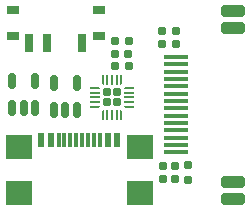
<source format=gbr>
%TF.GenerationSoftware,KiCad,Pcbnew,(6.0.9)*%
%TF.CreationDate,2023-01-31T14:43:12+01:00*%
%TF.ProjectId,keyring_beerclock,6b657972-696e-4675-9f62-656572636c6f,rev?*%
%TF.SameCoordinates,Original*%
%TF.FileFunction,Paste,Top*%
%TF.FilePolarity,Positive*%
%FSLAX46Y46*%
G04 Gerber Fmt 4.6, Leading zero omitted, Abs format (unit mm)*
G04 Created by KiCad (PCBNEW (6.0.9)) date 2023-01-31 14:43:12*
%MOMM*%
%LPD*%
G01*
G04 APERTURE LIST*
G04 Aperture macros list*
%AMRoundRect*
0 Rectangle with rounded corners*
0 $1 Rounding radius*
0 $2 $3 $4 $5 $6 $7 $8 $9 X,Y pos of 4 corners*
0 Add a 4 corners polygon primitive as box body*
4,1,4,$2,$3,$4,$5,$6,$7,$8,$9,$2,$3,0*
0 Add four circle primitives for the rounded corners*
1,1,$1+$1,$2,$3*
1,1,$1+$1,$4,$5*
1,1,$1+$1,$6,$7*
1,1,$1+$1,$8,$9*
0 Add four rect primitives between the rounded corners*
20,1,$1+$1,$2,$3,$4,$5,0*
20,1,$1+$1,$4,$5,$6,$7,0*
20,1,$1+$1,$6,$7,$8,$9,0*
20,1,$1+$1,$8,$9,$2,$3,0*%
%AMFreePoly0*
4,1,14,0.085355,0.385355,0.100000,0.350000,0.100000,-0.350000,0.085355,-0.385355,0.050000,-0.400000,0.000711,-0.400000,-0.034644,-0.385355,-0.085355,-0.334644,-0.100000,-0.299289,-0.100000,0.350000,-0.085355,0.385355,-0.050000,0.400000,0.050000,0.400000,0.085355,0.385355,0.085355,0.385355,$1*%
%AMFreePoly1*
4,1,14,0.085355,0.385355,0.100000,0.350000,0.100000,-0.299289,0.085355,-0.334644,0.034644,-0.385355,-0.000711,-0.400000,-0.050000,-0.400000,-0.085355,-0.385355,-0.100000,-0.350000,-0.100000,0.350000,-0.085355,0.385355,-0.050000,0.400000,0.050000,0.400000,0.085355,0.385355,0.085355,0.385355,$1*%
%AMFreePoly2*
4,1,14,0.385355,0.085355,0.400000,0.050000,0.400000,-0.050000,0.385355,-0.085355,0.350000,-0.100000,-0.350000,-0.100000,-0.385355,-0.085355,-0.400000,-0.050000,-0.400000,-0.000711,-0.385355,0.034644,-0.334644,0.085355,-0.299289,0.100000,0.350000,0.100000,0.385355,0.085355,0.385355,0.085355,$1*%
%AMFreePoly3*
4,1,14,0.385355,0.085355,0.400000,0.050000,0.400000,-0.050000,0.385355,-0.085355,0.350000,-0.100000,-0.299289,-0.100000,-0.334644,-0.085355,-0.385355,-0.034644,-0.400000,0.000711,-0.400000,0.050000,-0.385355,0.085355,-0.350000,0.100000,0.350000,0.100000,0.385355,0.085355,0.385355,0.085355,$1*%
%AMFreePoly4*
4,1,14,0.034644,0.385355,0.085355,0.334644,0.100000,0.299289,0.100000,-0.350000,0.085355,-0.385355,0.050000,-0.400000,-0.050000,-0.400000,-0.085355,-0.385355,-0.100000,-0.350000,-0.100000,0.350000,-0.085355,0.385355,-0.050000,0.400000,-0.000711,0.400000,0.034644,0.385355,0.034644,0.385355,$1*%
%AMFreePoly5*
4,1,14,0.085355,0.385355,0.100000,0.350000,0.100000,-0.350000,0.085355,-0.385355,0.050000,-0.400000,-0.050000,-0.400000,-0.085355,-0.385355,-0.100000,-0.350000,-0.100000,0.299289,-0.085355,0.334644,-0.034644,0.385355,0.000711,0.400000,0.050000,0.400000,0.085355,0.385355,0.085355,0.385355,$1*%
%AMFreePoly6*
4,1,14,0.385355,0.085355,0.400000,0.050000,0.400000,0.000711,0.385355,-0.034644,0.334644,-0.085355,0.299289,-0.100000,-0.350000,-0.100000,-0.385355,-0.085355,-0.400000,-0.050000,-0.400000,0.050000,-0.385355,0.085355,-0.350000,0.100000,0.350000,0.100000,0.385355,0.085355,0.385355,0.085355,$1*%
%AMFreePoly7*
4,1,14,0.334644,0.085355,0.385355,0.034644,0.400000,-0.000711,0.400000,-0.050000,0.385355,-0.085355,0.350000,-0.100000,-0.350000,-0.100000,-0.385355,-0.085355,-0.400000,-0.050000,-0.400000,0.050000,-0.385355,0.085355,-0.350000,0.100000,0.299289,0.100000,0.334644,0.085355,0.334644,0.085355,$1*%
G04 Aperture macros list end*
%ADD10R,0.700000X1.500000*%
%ADD11R,1.000000X0.800000*%
%ADD12FreePoly0,270.000000*%
%ADD13RoundRect,0.050000X-0.350000X0.050000X-0.350000X-0.050000X0.350000X-0.050000X0.350000X0.050000X0*%
%ADD14FreePoly1,270.000000*%
%ADD15FreePoly2,270.000000*%
%ADD16RoundRect,0.050000X-0.050000X0.350000X-0.050000X-0.350000X0.050000X-0.350000X0.050000X0.350000X0*%
%ADD17FreePoly3,270.000000*%
%ADD18FreePoly4,270.000000*%
%ADD19FreePoly5,270.000000*%
%ADD20FreePoly6,270.000000*%
%ADD21FreePoly7,270.000000*%
%ADD22RoundRect,0.172500X-0.172500X0.172500X-0.172500X-0.172500X0.172500X-0.172500X0.172500X0.172500X0*%
%ADD23RoundRect,0.150000X0.150000X-0.512500X0.150000X0.512500X-0.150000X0.512500X-0.150000X-0.512500X0*%
%ADD24R,2.000000X0.350000*%
%ADD25RoundRect,0.160000X-0.160000X0.197500X-0.160000X-0.197500X0.160000X-0.197500X0.160000X0.197500X0*%
%ADD26R,2.180000X2.000000*%
%ADD27R,0.300000X1.150000*%
%ADD28R,0.600000X1.150000*%
%ADD29RoundRect,0.250000X-0.750000X0.250000X-0.750000X-0.250000X0.750000X-0.250000X0.750000X0.250000X0*%
%ADD30RoundRect,0.250000X0.750000X-0.250000X0.750000X0.250000X-0.750000X0.250000X-0.750000X-0.250000X0*%
%ADD31RoundRect,0.155000X-0.212500X-0.155000X0.212500X-0.155000X0.212500X0.155000X-0.212500X0.155000X0*%
%ADD32RoundRect,0.155000X0.212500X0.155000X-0.212500X0.155000X-0.212500X-0.155000X0.212500X-0.155000X0*%
%ADD33RoundRect,0.155000X-0.155000X0.212500X-0.155000X-0.212500X0.155000X-0.212500X0.155000X0.212500X0*%
%ADD34RoundRect,0.155000X0.155000X-0.212500X0.155000X0.212500X-0.155000X0.212500X-0.155000X-0.212500X0*%
G04 APERTURE END LIST*
D10*
%TO.C,SW1*%
X142310000Y-106070000D03*
X143810000Y-106070000D03*
X146810000Y-106070000D03*
D11*
X148210000Y-105420000D03*
X140910000Y-103210000D03*
X148210000Y-103210000D03*
X140910000Y-105420000D03*
%TD*%
D12*
%TO.C,U4*%
X150758476Y-109840000D03*
D13*
X150758476Y-110240000D03*
X150758476Y-110640000D03*
X150758476Y-111040000D03*
D14*
X150758476Y-111440000D03*
D15*
X150108476Y-112090000D03*
D16*
X149708476Y-112090000D03*
X149308476Y-112090000D03*
X148908476Y-112090000D03*
D17*
X148508476Y-112090000D03*
D18*
X147858476Y-111440000D03*
D13*
X147858476Y-111040000D03*
X147858476Y-110640000D03*
X147858476Y-110240000D03*
D19*
X147858476Y-109840000D03*
D20*
X148508476Y-109190000D03*
D16*
X148908476Y-109190000D03*
X149308476Y-109190000D03*
X149708476Y-109190000D03*
D21*
X150108476Y-109190000D03*
D22*
X149733476Y-111065000D03*
X148883476Y-110215000D03*
X149733476Y-110215000D03*
X148883476Y-111065000D03*
%TD*%
D23*
%TO.C,U3*%
X144410000Y-111727500D03*
X145360000Y-111727500D03*
X146310000Y-111727500D03*
X146310000Y-109452500D03*
X144410000Y-109452500D03*
%TD*%
%TO.C,U2*%
X140870000Y-111527500D03*
X141820000Y-111527500D03*
X142770000Y-111527500D03*
X142770000Y-109252500D03*
X140870000Y-109252500D03*
%TD*%
D24*
%TO.C,U1*%
X154770000Y-107220000D03*
X154770000Y-107840000D03*
X154770000Y-108460000D03*
X154770000Y-109080000D03*
X154770000Y-109700000D03*
X154770000Y-110320000D03*
X154770000Y-110940000D03*
X154770000Y-111560000D03*
X154770000Y-112180000D03*
X154770000Y-112800000D03*
X154770000Y-113420000D03*
X154770000Y-114040000D03*
X154770000Y-114660000D03*
X154770000Y-115280000D03*
%TD*%
D25*
%TO.C,R2*%
X155720000Y-116402500D03*
X155720000Y-117597500D03*
%TD*%
D26*
%TO.C,J8*%
X151645000Y-114850000D03*
X141425000Y-118750000D03*
X151645000Y-118750000D03*
X141425000Y-114850000D03*
D27*
X144785000Y-114280000D03*
X145785000Y-114280000D03*
X147285000Y-114280000D03*
X148285000Y-114280000D03*
X147785000Y-114280000D03*
X146785000Y-114280000D03*
X146285000Y-114280000D03*
X145285000Y-114280000D03*
D28*
X144135000Y-114280000D03*
X148935000Y-114280000D03*
X149735000Y-114280000D03*
X143335000Y-114280000D03*
%TD*%
D29*
%TO.C,J7*%
X159515000Y-119235000D03*
%TD*%
%TO.C,J6*%
X159515000Y-117795000D03*
%TD*%
D30*
%TO.C,J2*%
X159575000Y-103295000D03*
%TD*%
%TO.C,J1*%
X159565000Y-104755000D03*
%TD*%
D31*
%TO.C,C12*%
X150717500Y-107950000D03*
X149582500Y-107950000D03*
%TD*%
%TO.C,C11*%
X150707500Y-106950000D03*
X149572500Y-106950000D03*
%TD*%
D32*
%TO.C,C9*%
X150717500Y-105860000D03*
X149582500Y-105860000D03*
%TD*%
D33*
%TO.C,C6*%
X154670000Y-116412500D03*
X154670000Y-117547500D03*
%TD*%
%TO.C,C5*%
X153650000Y-116412500D03*
X153650000Y-117547500D03*
%TD*%
D34*
%TO.C,C2*%
X153540000Y-106117500D03*
X153540000Y-104982500D03*
%TD*%
%TO.C,C1*%
X154700000Y-106117500D03*
X154700000Y-104982500D03*
%TD*%
M02*

</source>
